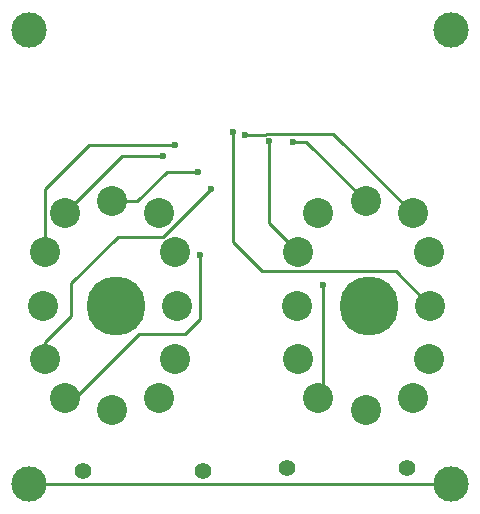
<source format=gbl>
G04*
G04 #@! TF.GenerationSoftware,Altium Limited,Altium Designer,18.1.7 (191)*
G04*
G04 Layer_Physical_Order=2*
G04 Layer_Color=16711680*
%FSLAX25Y25*%
%MOIN*%
G70*
G01*
G75*
%ADD10C,0.01000*%
%ADD21C,0.05512*%
%ADD22C,0.10000*%
%ADD23C,0.19685*%
%ADD24C,0.11811*%
%ADD25C,0.02362*%
D10*
X400000Y266500D02*
Y288000D01*
X395000Y261500D02*
X400000Y266500D01*
X379500Y261500D02*
X395000D01*
X358222Y240222D02*
X379500Y261500D01*
X354880Y240222D02*
X358222D01*
X387500Y294000D02*
X403500Y310000D01*
X372500Y294000D02*
X387500D01*
X357000Y278500D02*
X372500Y294000D01*
X357000Y267500D02*
Y278500D01*
X348256Y258756D02*
X357000Y267500D01*
X348256Y253283D02*
Y258756D01*
X363013Y324500D02*
X391751D01*
X348256Y309743D02*
X363013Y324500D01*
X348256Y288717D02*
Y309743D01*
X374102Y321000D02*
X387628D01*
X354880Y301778D02*
X374102Y321000D01*
X388877Y315500D02*
X399422D01*
X379092Y305715D02*
X388877Y315500D01*
X370628Y305715D02*
X379092D01*
X441000Y241842D02*
Y278000D01*
X439381Y240222D02*
X441000Y241842D01*
X411000Y292242D02*
X420742Y282500D01*
X411000Y292242D02*
Y329000D01*
X420742Y282500D02*
X465250D01*
X476751Y271000D01*
X415000Y328000D02*
X421792D01*
X422043Y328251D01*
X444404D01*
X470877Y301778D01*
X423000Y298474D02*
Y325940D01*
Y298474D02*
X432757Y288717D01*
X435344Y325500D02*
X455128Y305715D01*
X430940Y325500D02*
X435344D01*
X343000Y211500D02*
X483500D01*
D21*
X361000Y216000D02*
D03*
X401000D02*
D03*
X429000Y217000D02*
D03*
X469000D02*
D03*
D22*
X370628Y305715D02*
D03*
X392250Y271000D02*
D03*
X391751Y288717D02*
D03*
X370628Y236285D02*
D03*
X391751Y253283D02*
D03*
X386377Y240222D02*
D03*
Y301778D02*
D03*
X354880D02*
D03*
X348256Y288717D02*
D03*
X347757Y271000D02*
D03*
X348256Y253283D02*
D03*
X354880Y240222D02*
D03*
X455128Y305715D02*
D03*
X476751Y271000D02*
D03*
X476251Y288717D02*
D03*
X455128Y236285D02*
D03*
X476251Y253283D02*
D03*
X470877Y240222D02*
D03*
Y301778D02*
D03*
X439381D02*
D03*
X432757Y288717D02*
D03*
X432257Y271000D02*
D03*
X432757Y253283D02*
D03*
X439381Y240222D02*
D03*
D23*
X371879Y271000D02*
D03*
X456379D02*
D03*
D24*
X483500Y363000D02*
D03*
X343000D02*
D03*
Y211500D02*
D03*
X483500D02*
D03*
D25*
X400000Y288000D02*
D03*
X403500Y310000D02*
D03*
X391751Y324500D02*
D03*
X387628Y321000D02*
D03*
X399422Y315500D02*
D03*
X441000Y278000D02*
D03*
X411000Y329000D02*
D03*
X415000Y328000D02*
D03*
X423000Y325940D02*
D03*
X430940Y325500D02*
D03*
M02*

</source>
